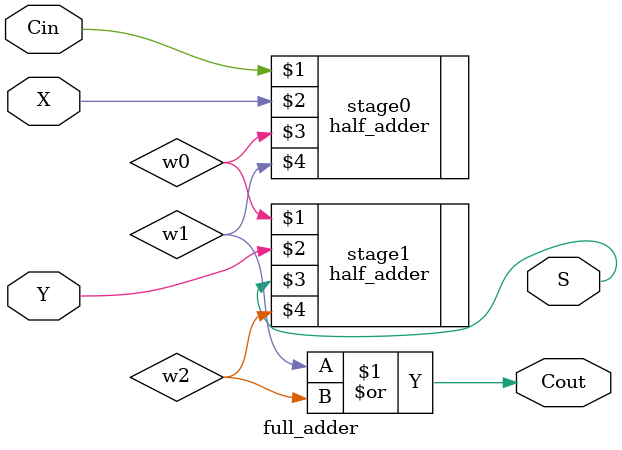
<source format=v>
`timescale 1ns / 1ps


module full_adder(
    input X, Y, Cin,
    output S, Cout
    );
    
    wire w0, w1, w2;
    
    half_adder stage0(Cin, X, w0, w1);
    half_adder stage1(w0, Y, S, w2);
    
    assign Cout = w1 | w2;
    
endmodule

</source>
